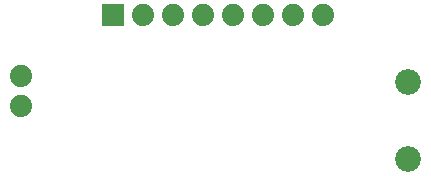
<source format=gbl>
G04 EAGLE Gerber RS-274X export*
G75*
%MOMM*%
%FSLAX34Y34*%
%LPD*%
%AMOC8*
5,1,8,0,0,1.08239X$1,22.5*%
G01*
%ADD10R,1.879600X1.879600*%
%ADD11C,1.879600*%
%ADD12C,2.184400*%


D10*
X149263Y920090D03*
D11*
X174663Y920090D03*
X200063Y920090D03*
X225463Y920090D03*
X250863Y920090D03*
X276263Y920090D03*
X301663Y920090D03*
X327063Y920090D03*
X71453Y843396D03*
X71453Y868796D03*
D12*
X399105Y863858D03*
X399105Y798580D03*
M02*

</source>
